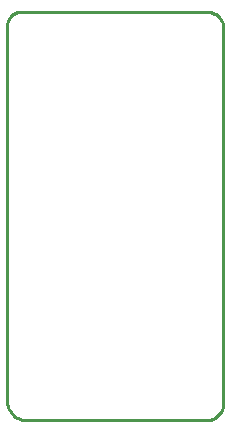
<source format=gbr>
G04 EAGLE Gerber RS-274X export*
G75*
%MOMM*%
%FSLAX34Y34*%
%LPD*%
%IN*%
%IPPOS*%
%AMOC8*
5,1,8,0,0,1.08239X$1,22.5*%
G01*
%ADD10C,0.254000*%


D10*
X-2540Y17780D02*
X-2588Y16336D01*
X-2510Y14894D01*
X-2306Y13464D01*
X-1979Y12057D01*
X-1530Y10684D01*
X-963Y9355D01*
X-283Y8081D01*
X506Y6870D01*
X1398Y5734D01*
X2385Y4679D01*
X3460Y3714D01*
X4615Y2847D01*
X5842Y2084D01*
X7130Y1430D01*
X8470Y891D01*
X9852Y471D01*
X11266Y174D01*
X12700Y0D01*
X165100Y0D01*
X166322Y-58D01*
X167545Y-8D01*
X168759Y147D01*
X169955Y408D01*
X171123Y772D01*
X172255Y1237D01*
X173343Y1798D01*
X174377Y2452D01*
X175350Y3194D01*
X176255Y4017D01*
X177085Y4917D01*
X177833Y5885D01*
X178494Y6915D01*
X179063Y7999D01*
X179535Y9128D01*
X179907Y10293D01*
X180176Y11487D01*
X180340Y12700D01*
X180340Y332740D01*
X180292Y333847D01*
X180147Y334945D01*
X179907Y336027D01*
X179574Y337084D01*
X179150Y338107D01*
X178639Y339090D01*
X178043Y340024D01*
X177369Y340903D01*
X176620Y341720D01*
X175803Y342469D01*
X174924Y343143D01*
X173990Y343739D01*
X173007Y344250D01*
X171984Y344674D01*
X170927Y345007D01*
X169845Y345247D01*
X168747Y345392D01*
X167640Y345440D01*
X10160Y345440D01*
X9159Y345507D01*
X8156Y345487D01*
X7158Y345379D01*
X6174Y345185D01*
X5210Y344906D01*
X4275Y344544D01*
X3374Y344101D01*
X2516Y343582D01*
X1706Y342990D01*
X950Y342330D01*
X256Y341606D01*
X-374Y340825D01*
X-932Y339992D01*
X-1416Y339113D01*
X-1822Y338195D01*
X-2146Y337246D01*
X-2386Y336271D01*
X-2540Y335280D01*
X-2540Y17780D01*
M02*

</source>
